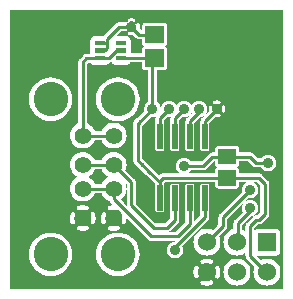
<source format=gbr>
G04 start of page 3 for group 1 idx 1 *
G04 Title: (unknown), solder *
G04 Creator: pcb 20091103 *
G04 CreationDate: Mon 14 Mar 2011 03:34:43 AM GMT UTC *
G04 For: gjhurlbu *
G04 Format: Gerber/RS-274X *
G04 PCB-Dimensions: 600000 500000 *
G04 PCB-Coordinate-Origin: lower left *
%MOIN*%
%FSLAX25Y25*%
%LNBACK*%
%ADD11C,0.0100*%
%ADD12C,0.0560*%
%ADD13C,0.1150*%
%ADD14C,0.0200*%
%ADD15C,0.0600*%
%ADD16C,0.0360*%
%ADD17R,0.0200X0.0200*%
%ADD18C,0.0910*%
%ADD19C,0.0380*%
%ADD20R,0.0512X0.0512*%
%ADD21R,0.0590X0.0590*%
%ADD22R,0.0150X0.0150*%
G54D14*G36*
X55822Y403755D02*X55960Y403558D01*
X56490Y403028D01*
X57104Y402598D01*
X57588Y402372D01*
X57104Y402146D01*
X56490Y401716D01*
X55960Y401186D01*
X55822Y400989D01*
Y403755D01*
G37*
G36*
X104000Y398547D02*X104099Y398501D01*
X104267Y398456D01*
X104441Y398441D01*
X110345D01*
X110519Y398456D01*
X110687Y398501D01*
X110845Y398575D01*
X110988Y398675D01*
X111111Y398798D01*
X111211Y398941D01*
X111285Y399099D01*
X111330Y399267D01*
X111345Y399441D01*
Y400500D01*
X113761D01*
X113600Y400425D01*
X113200Y400145D01*
X112855Y399800D01*
X112575Y399400D01*
X112369Y398958D01*
X112243Y398486D01*
X112200Y398000D01*
X112243Y397514D01*
X112274Y397396D01*
X104939Y390061D01*
X104940Y390060D01*
X104903Y390016D01*
X104851Y389964D01*
X104809Y389904D01*
X104772Y389860D01*
X104743Y389810D01*
X104701Y389750D01*
X104671Y389686D01*
X104641Y389634D01*
X104622Y389581D01*
X104590Y389513D01*
X104570Y389437D01*
X104552Y389388D01*
X104542Y389333D01*
X104523Y389260D01*
X104516Y389185D01*
X104507Y389131D01*
Y389079D01*
X104500Y389000D01*
Y386622D01*
X104000Y386122D01*
Y398547D01*
G37*
G36*
X106231Y384111D02*X107060Y384940D01*
X107061Y384939D01*
X107108Y384995D01*
X107149Y385036D01*
X107182Y385083D01*
X107229Y385139D01*
X107266Y385203D01*
X107299Y385250D01*
X107325Y385305D01*
X107360Y385366D01*
X107383Y385429D01*
X107410Y385487D01*
X107427Y385551D01*
X107449Y385612D01*
X107461Y385681D01*
X107477Y385740D01*
X107482Y385796D01*
X107495Y385869D01*
Y385943D01*
X107500Y386000D01*
Y388380D01*
X112703Y393583D01*
X112575Y393400D01*
X112369Y392958D01*
X112243Y392486D01*
X112200Y392000D01*
X112243Y391514D01*
X112369Y391042D01*
X112544Y390666D01*
X109939Y388061D01*
X109940Y388060D01*
X109903Y388016D01*
X109851Y387964D01*
X109809Y387904D01*
X109772Y387860D01*
X109743Y387811D01*
X109701Y387750D01*
X109671Y387685D01*
X109641Y387634D01*
X109621Y387578D01*
X109590Y387513D01*
X109570Y387439D01*
X109552Y387388D01*
X109543Y387334D01*
X109523Y387260D01*
X109516Y387184D01*
X109507Y387131D01*
Y387081D01*
X109500Y387000D01*
Y384936D01*
X109090Y384826D01*
X108379Y384494D01*
X107736Y384044D01*
X107182Y383490D01*
X106732Y382847D01*
X106400Y382136D01*
X106231Y381505D01*
Y384111D01*
G37*
G36*
Y458000D02*X126000D01*
Y365000D01*
X106231D01*
Y369689D01*
X106400Y369058D01*
X106732Y368347D01*
X107182Y367704D01*
X107736Y367150D01*
X108379Y366700D01*
X109090Y366368D01*
X109848Y366165D01*
X110629Y366097D01*
X111410Y366165D01*
X112168Y366368D01*
X112879Y366700D01*
X113522Y367150D01*
X114076Y367704D01*
X114526Y368347D01*
X114858Y369058D01*
X115061Y369816D01*
X115129Y370597D01*
X115061Y371378D01*
X114858Y372136D01*
X114526Y372847D01*
X114076Y373490D01*
X113522Y374044D01*
X112879Y374494D01*
X112168Y374826D01*
X111410Y375029D01*
X110629Y375097D01*
X109848Y375029D01*
X109090Y374826D01*
X108379Y374494D01*
X107736Y374044D01*
X107182Y373490D01*
X106732Y372847D01*
X106400Y372136D01*
X106231Y371505D01*
Y379689D01*
X106400Y379058D01*
X106732Y378347D01*
X107182Y377704D01*
X107736Y377150D01*
X108379Y376700D01*
X109090Y376368D01*
X109848Y376165D01*
X110629Y376097D01*
X111410Y376165D01*
X112168Y376368D01*
X112879Y376700D01*
X113500Y377135D01*
Y376000D01*
X113506Y375932D01*
Y375870D01*
X113517Y375807D01*
X113523Y375740D01*
X113540Y375676D01*
X113551Y375613D01*
X113572Y375555D01*
X113590Y375487D01*
X113619Y375425D01*
X113640Y375367D01*
X113673Y375310D01*
X113701Y375250D01*
X113738Y375197D01*
X113771Y375140D01*
X113814Y375089D01*
X113851Y375036D01*
X113897Y374990D01*
X113939Y374940D01*
X116509Y372370D01*
X116400Y372136D01*
X116197Y371378D01*
X116129Y370597D01*
X116197Y369816D01*
X116400Y369058D01*
X116732Y368347D01*
X117182Y367704D01*
X117736Y367150D01*
X118379Y366700D01*
X119090Y366368D01*
X119848Y366165D01*
X120629Y366097D01*
X121410Y366165D01*
X122168Y366368D01*
X122879Y366700D01*
X123522Y367150D01*
X124076Y367704D01*
X124526Y368347D01*
X124858Y369058D01*
X125061Y369816D01*
X125129Y370597D01*
X125061Y371378D01*
X124858Y372136D01*
X124526Y372847D01*
X124076Y373490D01*
X123522Y374044D01*
X122879Y374494D01*
X122168Y374826D01*
X121410Y375029D01*
X120629Y375097D01*
X119848Y375029D01*
X119090Y374826D01*
X118548Y374573D01*
X116692Y376429D01*
X116879Y376298D01*
X117116Y376187D01*
X117369Y376120D01*
X117629Y376097D01*
X123629D01*
X123889Y376120D01*
X124142Y376187D01*
X124379Y376298D01*
X124593Y376448D01*
X124778Y376633D01*
X124928Y376847D01*
X125039Y377084D01*
X125106Y377337D01*
X125129Y377597D01*
Y383597D01*
X125106Y383857D01*
X125039Y384110D01*
X124928Y384347D01*
X124778Y384561D01*
X124593Y384746D01*
X124379Y384896D01*
X124142Y385007D01*
X123889Y385074D01*
X123629Y385097D01*
X117629D01*
X117369Y385074D01*
X117116Y385007D01*
X116879Y384896D01*
X116665Y384746D01*
X116500Y384581D01*
Y385380D01*
X117620Y386500D01*
X118000D01*
X118080Y386507D01*
X118131D01*
X118184Y386516D01*
X118260Y386523D01*
X118330Y386542D01*
X118388Y386552D01*
X118439Y386570D01*
X118513Y386590D01*
X118579Y386621D01*
X118634Y386641D01*
X118684Y386670D01*
X118750Y386701D01*
X118811Y386743D01*
X118860Y386772D01*
X118904Y386809D01*
X118964Y386851D01*
X119016Y386903D01*
X119060Y386940D01*
X121060Y388940D01*
X121061Y388939D01*
X121108Y388995D01*
X121149Y389036D01*
X121182Y389083D01*
X121229Y389139D01*
X121266Y389203D01*
X121299Y389250D01*
X121325Y389305D01*
X121360Y389366D01*
X121382Y389428D01*
X121410Y389487D01*
X121427Y389551D01*
X121449Y389612D01*
X121461Y389681D01*
X121477Y389740D01*
X121482Y389796D01*
X121495Y389869D01*
Y389943D01*
X121500Y390000D01*
Y400000D01*
X121494Y400068D01*
Y400131D01*
X121483Y400193D01*
X121477Y400260D01*
X121459Y400329D01*
X121448Y400389D01*
X121429Y400441D01*
X121410Y400513D01*
X121378Y400580D01*
X121359Y400634D01*
X121329Y400686D01*
X121299Y400750D01*
X121259Y400806D01*
X121228Y400861D01*
X121187Y400910D01*
X121149Y400964D01*
X121102Y401011D01*
X121060Y401061D01*
X119061Y403060D01*
X119011Y403102D01*
X118964Y403149D01*
X118910Y403187D01*
X118861Y403228D01*
X118806Y403259D01*
X118750Y403299D01*
X118686Y403329D01*
X118634Y403359D01*
X118580Y403378D01*
X118513Y403410D01*
X118441Y403429D01*
X118389Y403448D01*
X118329Y403459D01*
X118260Y403477D01*
X118193Y403483D01*
X118131Y403494D01*
X118068D01*
X118000Y403500D01*
X111345D01*
Y404559D01*
X111330Y404733D01*
X111285Y404901D01*
X111211Y405059D01*
X111111Y405202D01*
X110988Y405325D01*
X110845Y405425D01*
X110687Y405499D01*
X110523Y405543D01*
X110687Y405587D01*
X110845Y405661D01*
X110988Y405761D01*
X111111Y405884D01*
X111211Y406027D01*
X111285Y406185D01*
X111330Y406353D01*
X111342Y406489D01*
X111345Y406527D01*
Y407500D01*
X114379D01*
X115940Y405939D01*
X115990Y405897D01*
X116036Y405851D01*
X116089Y405814D01*
X116140Y405771D01*
X116197Y405738D01*
X116250Y405701D01*
X116310Y405673D01*
X116367Y405640D01*
X116425Y405619D01*
X116487Y405590D01*
X116555Y405572D01*
X116613Y405551D01*
X116676Y405540D01*
X116740Y405523D01*
X116807Y405517D01*
X116870Y405506D01*
X116932D01*
X117000Y405500D01*
X118645D01*
X118855Y405200D01*
X119200Y404855D01*
X119600Y404575D01*
X120042Y404369D01*
X120514Y404243D01*
X121000Y404200D01*
X121486Y404243D01*
X121958Y404369D01*
X122400Y404575D01*
X122800Y404855D01*
X123145Y405200D01*
X123425Y405600D01*
X123631Y406042D01*
X123757Y406514D01*
X123800Y407000D01*
X123757Y407486D01*
X123631Y407958D01*
X123425Y408400D01*
X123145Y408800D01*
X122800Y409145D01*
X122400Y409425D01*
X121958Y409631D01*
X121486Y409757D01*
X121000Y409800D01*
X120514Y409757D01*
X120042Y409631D01*
X119600Y409425D01*
X119200Y409145D01*
X118855Y408800D01*
X118645Y408500D01*
X117621D01*
X116061Y410060D01*
X116011Y410102D01*
X115964Y410149D01*
X115910Y410187D01*
X115861Y410228D01*
X115806Y410260D01*
X115750Y410299D01*
X115688Y410328D01*
X115634Y410359D01*
X115580Y410378D01*
X115513Y410410D01*
X115441Y410429D01*
X115389Y410448D01*
X115329Y410459D01*
X115260Y410477D01*
X115193Y410483D01*
X115131Y410494D01*
X115068D01*
X115000Y410500D01*
X111345D01*
Y411645D01*
X111330Y411819D01*
X111285Y411987D01*
X111211Y412145D01*
X111111Y412288D01*
X110988Y412411D01*
X110845Y412511D01*
X110687Y412585D01*
X110519Y412630D01*
X110345Y412645D01*
X106231D01*
Y423720D01*
X106248Y423721D01*
X106332Y423744D01*
X106411Y423781D01*
X106483Y423831D01*
X106544Y423893D01*
X106594Y423964D01*
X106631Y424043D01*
X106704Y424276D01*
X106757Y424514D01*
X106789Y424756D01*
X106800Y425000D01*
X106789Y425245D01*
X106757Y425487D01*
X106704Y425725D01*
X106631Y425958D01*
X106594Y426037D01*
X106544Y426108D01*
X106483Y426170D01*
X106411Y426220D01*
X106332Y426257D01*
X106248Y426280D01*
X106231Y426281D01*
Y458000D01*
G37*
G36*
Y365000D02*X104000D01*
Y368453D01*
X104079Y368443D01*
X104210Y368450D01*
X104337Y368479D01*
X104458Y368530D01*
X104567Y368602D01*
X104663Y368691D01*
X104742Y368795D01*
X104801Y368912D01*
X104943Y369319D01*
X105046Y369739D01*
X105108Y370166D01*
X105129Y370597D01*
X105108Y371029D01*
X105046Y371456D01*
X104943Y371876D01*
X104801Y372283D01*
X104800D01*
X104741Y372399D01*
X104662Y372504D01*
X104566Y372593D01*
X104457Y372664D01*
X104336Y372715D01*
X104209Y372744D01*
X104079Y372751D01*
X104000Y372741D01*
Y377628D01*
X104076Y377704D01*
X104526Y378347D01*
X104858Y379058D01*
X105061Y379816D01*
X105129Y380597D01*
X105061Y381378D01*
X104858Y382136D01*
X104666Y382546D01*
X106231Y384111D01*
Y381505D01*
X106197Y381378D01*
X106129Y380597D01*
X106197Y379816D01*
X106231Y379689D01*
Y371505D01*
X106197Y371378D01*
X106129Y370597D01*
X106197Y369816D01*
X106231Y369689D01*
Y365000D01*
G37*
G36*
X104000Y458000D02*X106231D01*
Y426281D01*
X106161Y426287D01*
X106074Y426280D01*
X105990Y426257D01*
X105911Y426220D01*
X105840Y426170D01*
X105778Y426109D01*
X105728Y426037D01*
X105691Y425958D01*
X105668Y425874D01*
X105661Y425787D01*
X105668Y425700D01*
X105691Y425616D01*
X105738Y425466D01*
X105772Y425313D01*
X105793Y425157D01*
X105800Y425000D01*
X105793Y424844D01*
X105772Y424688D01*
X105738Y424535D01*
X105691Y424385D01*
X105668Y424301D01*
X105661Y424214D01*
X105668Y424127D01*
X105691Y424043D01*
X105728Y423964D01*
X105778Y423892D01*
X105840Y423831D01*
X105911Y423781D01*
X105990Y423744D01*
X106074Y423721D01*
X106161Y423714D01*
X106231Y423720D01*
Y412645D01*
X104441D01*
X104267Y412630D01*
X104099Y412585D01*
X104000Y412539D01*
Y422200D01*
X104244Y422211D01*
X104486Y422243D01*
X104724Y422296D01*
X104957Y422369D01*
X105036Y422406D01*
X105107Y422456D01*
X105169Y422517D01*
X105219Y422589D01*
X105256Y422668D01*
X105279Y422752D01*
X105286Y422839D01*
X105279Y422926D01*
X105256Y423010D01*
X105219Y423089D01*
X105169Y423160D01*
X105108Y423222D01*
X105036Y423272D01*
X104957Y423309D01*
X104873Y423332D01*
X104786Y423339D01*
X104699Y423332D01*
X104615Y423309D01*
X104465Y423262D01*
X104358Y423238D01*
X105060Y423940D01*
X105061Y423939D01*
X105229Y424139D01*
X105360Y424366D01*
X105449Y424612D01*
X105495Y424869D01*
Y425131D01*
X105449Y425388D01*
X105360Y425634D01*
X105229Y425861D01*
X105061Y426061D01*
X104861Y426229D01*
X104634Y426360D01*
X104388Y426449D01*
X104131Y426495D01*
X104000D01*
Y426800D01*
X104156Y426794D01*
X104312Y426773D01*
X104465Y426739D01*
X104615Y426692D01*
X104699Y426669D01*
X104786Y426662D01*
X104873Y426669D01*
X104957Y426692D01*
X105036Y426729D01*
X105108Y426779D01*
X105169Y426841D01*
X105219Y426912D01*
X105256Y426991D01*
X105279Y427075D01*
X105286Y427162D01*
X105279Y427249D01*
X105256Y427333D01*
X105219Y427412D01*
X105169Y427484D01*
X105107Y427545D01*
X105036Y427595D01*
X104957Y427632D01*
X104724Y427705D01*
X104486Y427758D01*
X104244Y427790D01*
X104000Y427800D01*
Y458000D01*
G37*
G36*
Y412539D02*X103941Y412511D01*
X103798Y412411D01*
X103675Y412288D01*
X103575Y412145D01*
X103501Y411987D01*
X103456Y411819D01*
X103441Y411645D01*
Y410500D01*
X102500D01*
X102443Y410495D01*
X102369D01*
X102296Y410482D01*
X102240Y410477D01*
X102177Y410460D01*
X102112Y410449D01*
X102051Y410427D01*
X101987Y410410D01*
X101925Y410381D01*
X101866Y410360D01*
X101805Y410325D01*
X101750Y410299D01*
X101703Y410266D01*
X101639Y410229D01*
X101583Y410182D01*
X101536Y410149D01*
X101495Y410108D01*
X101439Y410061D01*
X98878Y407500D01*
X95355D01*
X95145Y407800D01*
X94800Y408145D01*
X94400Y408425D01*
X93958Y408631D01*
X93486Y408757D01*
X93000Y408800D01*
X92514Y408757D01*
X92042Y408631D01*
X91600Y408425D01*
X91200Y408145D01*
X90855Y407800D01*
X90575Y407400D01*
X90369Y406958D01*
X90243Y406486D01*
X90200Y406000D01*
X90243Y405514D01*
X90369Y405042D01*
X90575Y404600D01*
X90855Y404200D01*
X91200Y403855D01*
X91600Y403575D01*
X91761Y403500D01*
X86000D01*
X85943Y403495D01*
X85869D01*
X85801Y403482D01*
X85798D01*
X85740Y403477D01*
X85677Y403460D01*
X85674Y403459D01*
X85612Y403449D01*
X85552Y403427D01*
X85487Y403410D01*
X85429Y403383D01*
X85366Y403360D01*
X85309Y403327D01*
X85250Y403299D01*
X85197Y403262D01*
X85139Y403229D01*
X85083Y403182D01*
X85036Y403149D01*
X84995Y403108D01*
X84939Y403061D01*
X84750Y402872D01*
X84490Y403131D01*
Y403132D01*
X82561Y405060D01*
X82430Y405170D01*
X79964Y407636D01*
X79764Y407804D01*
X79688Y407848D01*
X79058Y408478D01*
Y419385D01*
X81910Y422271D01*
X82014Y422243D01*
X82500Y422200D01*
X82986Y422243D01*
X83458Y422369D01*
X83563Y422418D01*
X83552Y422388D01*
X83543Y422334D01*
X83523Y422260D01*
X83516Y422183D01*
X83507Y422131D01*
Y422079D01*
X83500Y422000D01*
Y411500D01*
X83508Y411413D01*
X83530Y411329D01*
X83567Y411250D01*
X83617Y411179D01*
X83679Y411117D01*
X83750Y411067D01*
X83829Y411030D01*
X83913Y411008D01*
X84000Y411000D01*
X86000D01*
X86087Y411008D01*
X86171Y411030D01*
X86250Y411067D01*
X86321Y411117D01*
X86383Y411179D01*
X86433Y411250D01*
X86470Y411329D01*
X86492Y411413D01*
X86500Y411500D01*
Y421380D01*
X87395Y422275D01*
X87514Y422243D01*
X88000Y422200D01*
X88486Y422243D01*
X88522Y422253D01*
X88516Y422181D01*
X88507Y422131D01*
Y422081D01*
X88500Y422000D01*
Y411500D01*
X88508Y411413D01*
X88530Y411329D01*
X88567Y411250D01*
X88617Y411179D01*
X88679Y411117D01*
X88750Y411067D01*
X88829Y411030D01*
X88913Y411008D01*
X89000Y411000D01*
X91000D01*
X91087Y411008D01*
X91171Y411030D01*
X91250Y411067D01*
X91321Y411117D01*
X91383Y411179D01*
X91433Y411250D01*
X91470Y411329D01*
X91492Y411413D01*
X91500Y411500D01*
Y421380D01*
X92395Y422275D01*
X92514Y422243D01*
X93000Y422200D01*
X93486Y422243D01*
X93958Y422369D01*
X94400Y422575D01*
X94577Y422699D01*
X93939Y422061D01*
X93940Y422060D01*
X93903Y422016D01*
X93851Y421964D01*
X93809Y421904D01*
X93772Y421860D01*
X93743Y421811D01*
X93701Y421750D01*
X93671Y421685D01*
X93641Y421634D01*
X93621Y421578D01*
X93590Y421513D01*
X93570Y421439D01*
X93552Y421388D01*
X93543Y421334D01*
X93523Y421260D01*
X93516Y421184D01*
X93507Y421131D01*
Y421081D01*
X93500Y421000D01*
Y411500D01*
X93508Y411413D01*
X93530Y411329D01*
X93567Y411250D01*
X93617Y411179D01*
X93679Y411117D01*
X93750Y411067D01*
X93829Y411030D01*
X93913Y411008D01*
X94000Y411000D01*
X96000D01*
X96087Y411008D01*
X96171Y411030D01*
X96250Y411067D01*
X96321Y411117D01*
X96383Y411179D01*
X96433Y411250D01*
X96470Y411329D01*
X96492Y411413D01*
X96500Y411500D01*
Y420380D01*
X98351Y422231D01*
X98486Y422243D01*
X98958Y422369D01*
X99400Y422575D01*
X99577Y422699D01*
X98939Y422061D01*
X98940Y422060D01*
X98903Y422016D01*
X98851Y421964D01*
X98809Y421904D01*
X98772Y421860D01*
X98743Y421811D01*
X98701Y421750D01*
X98671Y421685D01*
X98641Y421634D01*
X98621Y421580D01*
X98590Y421513D01*
X98570Y421437D01*
X98552Y421388D01*
X98542Y421333D01*
X98523Y421260D01*
X98516Y421184D01*
X98507Y421131D01*
Y421079D01*
X98500Y421000D01*
Y411500D01*
X98508Y411413D01*
X98530Y411329D01*
X98567Y411250D01*
X98617Y411179D01*
X98679Y411117D01*
X98750Y411067D01*
X98829Y411030D01*
X98913Y411008D01*
X99000Y411000D01*
X101000D01*
X101087Y411008D01*
X101171Y411030D01*
X101250Y411067D01*
X101321Y411117D01*
X101383Y411179D01*
X101433Y411250D01*
X101470Y411329D01*
X101492Y411413D01*
X101500Y411500D01*
Y420380D01*
X103390Y422270D01*
X103513Y422243D01*
X103755Y422211D01*
X103999Y422200D01*
X104000D01*
Y412539D01*
G37*
G36*
X100628Y387508D02*X101060Y387940D01*
X101061Y387939D01*
X101108Y387995D01*
X101149Y388036D01*
X101182Y388083D01*
X101229Y388139D01*
X101266Y388203D01*
X101299Y388250D01*
X101325Y388305D01*
X101360Y388366D01*
X101382Y388428D01*
X101410Y388487D01*
X101427Y388551D01*
X101449Y388612D01*
X101461Y388681D01*
X101477Y388740D01*
X101482Y388796D01*
X101495Y388869D01*
Y388943D01*
X101500Y389000D01*
Y399500D01*
X101492Y399587D01*
X101470Y399671D01*
X101433Y399750D01*
X101383Y399821D01*
X101321Y399883D01*
X101250Y399933D01*
X101171Y399970D01*
X101087Y399992D01*
X101000Y400000D01*
X100628D01*
Y400500D01*
X103441D01*
Y399441D01*
X103456Y399267D01*
X103501Y399099D01*
X103575Y398941D01*
X103675Y398798D01*
X103798Y398675D01*
X103941Y398575D01*
X104000Y398547D01*
Y386122D01*
X102533Y384655D01*
X102168Y384826D01*
X101410Y385029D01*
X100629Y385097D01*
X100628D01*
Y387508D01*
G37*
G36*
X104000Y365000D02*X100628D01*
Y366097D01*
X101060Y366118D01*
X101487Y366180D01*
X101907Y366283D01*
X102314Y366425D01*
Y366426D01*
X102430Y366485D01*
X102535Y366564D01*
X102624Y366660D01*
X102695Y366769D01*
X102746Y366890D01*
X102775Y367017D01*
X102782Y367147D01*
X102766Y367277D01*
X102728Y367402D01*
X102669Y367518D01*
X102590Y367623D01*
X102494Y367712D01*
X102385Y367783D01*
X102264Y367834D01*
X102137Y367863D01*
X102007Y367870D01*
X101877Y367854D01*
X101752Y367816D01*
X101481Y367721D01*
X101201Y367653D01*
X100916Y367611D01*
X100628Y367597D01*
Y373597D01*
X100629D01*
X100916Y373584D01*
X101201Y373542D01*
X101481Y373474D01*
X101752Y373379D01*
Y373378D01*
X101877Y373340D01*
X102007Y373324D01*
X102138Y373331D01*
X102265Y373360D01*
X102386Y373411D01*
X102495Y373483D01*
X102591Y373572D01*
X102670Y373676D01*
X102729Y373793D01*
X102767Y373918D01*
X102783Y374048D01*
X102776Y374179D01*
X102747Y374306D01*
X102696Y374427D01*
X102624Y374536D01*
X102535Y374632D01*
X102431Y374711D01*
X102314Y374770D01*
X101907Y374912D01*
X101487Y375015D01*
X101060Y375077D01*
X100629Y375097D01*
X100628D01*
Y376097D01*
X100629D01*
X101410Y376165D01*
X102168Y376368D01*
X102879Y376700D01*
X103522Y377150D01*
X104000Y377628D01*
Y372741D01*
X103949Y372735D01*
X103824Y372697D01*
X103708Y372638D01*
X103603Y372559D01*
X103514Y372463D01*
X103443Y372354D01*
X103392Y372233D01*
X103363Y372106D01*
X103356Y371976D01*
X103372Y371846D01*
X103410Y371721D01*
X103505Y371450D01*
X103573Y371170D01*
X103615Y370885D01*
X103629Y370597D01*
X103615Y370310D01*
X103573Y370025D01*
X103505Y369745D01*
X103410Y369474D01*
X103409D01*
X103371Y369349D01*
X103355Y369219D01*
X103362Y369088D01*
X103391Y368961D01*
X103442Y368840D01*
X103514Y368731D01*
X103603Y368635D01*
X103707Y368556D01*
X103824Y368497D01*
X103949Y368459D01*
X104000Y368453D01*
Y365000D01*
G37*
G36*
X100628Y400000D02*X99000D01*
X98913Y399992D01*
X98829Y399970D01*
X98750Y399933D01*
X98679Y399883D01*
X98617Y399821D01*
X98567Y399750D01*
X98530Y399671D01*
X98508Y399587D01*
X98500Y399500D01*
Y389622D01*
X96416Y387538D01*
Y390726D01*
X96433Y390750D01*
X96470Y390829D01*
X96492Y390913D01*
X96500Y391000D01*
Y399500D01*
X96492Y399587D01*
X96470Y399671D01*
X96433Y399750D01*
X96383Y399821D01*
X96321Y399883D01*
X96250Y399933D01*
X96171Y399970D01*
X96087Y399992D01*
X96000Y400000D01*
X94000D01*
X93913Y399992D01*
X93829Y399970D01*
X93750Y399933D01*
X93679Y399883D01*
X93617Y399821D01*
X93567Y399750D01*
X93530Y399671D01*
X93508Y399587D01*
X93500Y399500D01*
Y392407D01*
X93486Y392355D01*
X93468Y392304D01*
X93459Y392250D01*
X93439Y392176D01*
X93432Y392100D01*
X93423Y392047D01*
Y391995D01*
X93416Y391916D01*
Y387158D01*
X90259Y384001D01*
X87931D01*
X87940Y384005D01*
X87992Y384024D01*
X88043Y384053D01*
X88108Y384084D01*
X88166Y384125D01*
X88218Y384155D01*
X88262Y384192D01*
X88322Y384234D01*
X88374Y384286D01*
X88418Y384323D01*
X90980Y386885D01*
X90981Y386884D01*
X91028Y386940D01*
X91069Y386981D01*
X91101Y387027D01*
X91149Y387084D01*
X91185Y387147D01*
X91219Y387195D01*
X91245Y387251D01*
X91280Y387311D01*
X91303Y387374D01*
X91330Y387432D01*
X91346Y387494D01*
X91369Y387557D01*
X91381Y387626D01*
X91397Y387685D01*
X91402Y387743D01*
X91415Y387814D01*
Y387888D01*
X91420Y387945D01*
Y390732D01*
X91433Y390750D01*
X91470Y390829D01*
X91492Y390913D01*
X91500Y391000D01*
Y399500D01*
X91492Y399587D01*
X91470Y399671D01*
X91433Y399750D01*
X91383Y399821D01*
X91321Y399883D01*
X91250Y399933D01*
X91171Y399970D01*
X91087Y399992D01*
X91000Y400000D01*
X89000D01*
X88913Y399992D01*
X88829Y399970D01*
X88750Y399933D01*
X88679Y399883D01*
X88617Y399821D01*
X88567Y399750D01*
X88530Y399671D01*
X88508Y399587D01*
X88500Y399500D01*
Y392395D01*
X88490Y392357D01*
X88472Y392308D01*
X88462Y392253D01*
X88443Y392180D01*
X88436Y392105D01*
X88427Y392051D01*
Y391999D01*
X88420Y391920D01*
Y388567D01*
X86736Y386883D01*
X83495D01*
X76945Y393433D01*
Y400499D01*
X76939Y400567D01*
Y400630D01*
X76928Y400692D01*
X76922Y400759D01*
X76904Y400828D01*
X76893Y400888D01*
X76874Y400940D01*
X76855Y401012D01*
X76823Y401079D01*
X76804Y401133D01*
X76774Y401185D01*
X76744Y401249D01*
X76704Y401305D01*
X76673Y401360D01*
X76632Y401409D01*
X76594Y401463D01*
X76547Y401510D01*
X76505Y401560D01*
X73474Y404591D01*
X73595Y404851D01*
X73789Y405575D01*
X73854Y406322D01*
X73789Y407069D01*
X73595Y407793D01*
X73278Y408472D01*
X72848Y409086D01*
X72318Y409616D01*
X71704Y410046D01*
X71025Y410363D01*
X70301Y410557D01*
X69583Y410619D01*
Y411825D01*
X70301Y411887D01*
X71025Y412081D01*
X71704Y412398D01*
X72318Y412828D01*
X72848Y413358D01*
X73278Y413972D01*
X73595Y414651D01*
X73789Y415375D01*
X73854Y416122D01*
X73789Y416869D01*
X73595Y417593D01*
X73278Y418272D01*
X72848Y418886D01*
X72318Y419416D01*
X71704Y419846D01*
X71025Y420163D01*
X70301Y420357D01*
X69583Y420419D01*
Y421112D01*
X69695Y421082D01*
X70954Y420972D01*
X72213Y421082D01*
X73434Y421409D01*
X74579Y421943D01*
X75614Y422668D01*
X76508Y423562D01*
X77233Y424597D01*
X77767Y425742D01*
X78094Y426963D01*
X78204Y428222D01*
X78094Y429481D01*
X77767Y430702D01*
X77233Y431847D01*
X76508Y432882D01*
X75614Y433776D01*
X74579Y434501D01*
X73434Y435035D01*
X72213Y435362D01*
X70954Y435472D01*
X69695Y435362D01*
X69583Y435332D01*
Y439812D01*
X69737Y439740D01*
X69990Y439673D01*
X70250Y439650D01*
X73750D01*
X74010Y439673D01*
X74263Y439740D01*
X74500Y439851D01*
X74714Y440001D01*
X74899Y440186D01*
X75049Y440400D01*
X75096Y440500D01*
X79047D01*
Y438947D01*
X79062Y438773D01*
X79107Y438605D01*
X79181Y438447D01*
X79281Y438304D01*
X79404Y438181D01*
X79547Y438081D01*
X79705Y438007D01*
X79873Y437962D01*
X80047Y437947D01*
X81000D01*
Y427355D01*
X80700Y427145D01*
X80355Y426800D01*
X80075Y426400D01*
X79869Y425958D01*
X79743Y425486D01*
X79700Y425000D01*
X79743Y424514D01*
X79778Y424381D01*
X77700Y422278D01*
X77594Y422217D01*
X77394Y422049D01*
X76497Y421152D01*
X76498Y421151D01*
X76461Y421107D01*
X76409Y421055D01*
X76367Y420995D01*
X76330Y420951D01*
X76301Y420902D01*
X76259Y420841D01*
X76229Y420776D01*
X76199Y420725D01*
X76179Y420669D01*
X76148Y420604D01*
X76128Y420530D01*
X76110Y420479D01*
X76101Y420425D01*
X76081Y420351D01*
X76074Y420275D01*
X76065Y420222D01*
Y420172D01*
X76058Y420091D01*
Y407857D01*
X76064Y407789D01*
Y407727D01*
X76075Y407664D01*
X76081Y407597D01*
X76098Y407533D01*
X76109Y407470D01*
X76130Y407412D01*
X76148Y407344D01*
X76177Y407282D01*
X76198Y407224D01*
X76231Y407167D01*
X76259Y407107D01*
X76296Y407054D01*
X76329Y406997D01*
X76372Y406946D01*
X76409Y406893D01*
X76455Y406847D01*
X76497Y406797D01*
X77754Y405540D01*
X77883Y405356D01*
X78068Y405171D01*
X78282Y405021D01*
X78385Y404973D01*
X80419Y402939D01*
X80550Y402829D01*
X83500Y399879D01*
Y391000D01*
X83508Y390913D01*
X83530Y390829D01*
X83567Y390750D01*
X83617Y390679D01*
X83679Y390617D01*
X83750Y390567D01*
X83829Y390530D01*
X83913Y390508D01*
X84000Y390500D01*
X86000D01*
X86087Y390508D01*
X86171Y390530D01*
X86250Y390567D01*
X86321Y390617D01*
X86383Y390679D01*
X86433Y390750D01*
X86470Y390829D01*
X86492Y390913D01*
X86500Y391000D01*
Y400380D01*
X86620Y400500D01*
X100628D01*
Y400000D01*
G37*
G36*
X97016Y383896D02*X100628Y387508D01*
Y385097D01*
X99848Y385029D01*
X99090Y384826D01*
X98379Y384494D01*
X97736Y384044D01*
X97182Y383490D01*
X97016Y383253D01*
Y383896D01*
G37*
G36*
X100628Y365000D02*X97016D01*
Y368458D01*
X97048Y368451D01*
X97178Y368444D01*
X97308Y368460D01*
X97433Y368498D01*
X97549Y368557D01*
X97654Y368636D01*
X97743Y368732D01*
X97814Y368841D01*
X97865Y368962D01*
X97894Y369089D01*
X97901Y369219D01*
X97885Y369349D01*
X97847Y369474D01*
X97752Y369745D01*
X97684Y370025D01*
X97642Y370310D01*
X97629Y370598D01*
X97642Y370885D01*
X97684Y371170D01*
X97752Y371450D01*
X97847Y371721D01*
X97848D01*
X97886Y371846D01*
X97902Y371976D01*
X97895Y372107D01*
X97866Y372234D01*
X97815Y372355D01*
X97743Y372464D01*
X97654Y372560D01*
X97550Y372639D01*
X97433Y372698D01*
X97308Y372736D01*
X97178Y372752D01*
X97047Y372745D01*
X97016Y372738D01*
Y377941D01*
X97182Y377704D01*
X97736Y377150D01*
X98379Y376700D01*
X99090Y376368D01*
X99848Y376165D01*
X100628Y376097D01*
Y375097D01*
X100197Y375077D01*
X99770Y375015D01*
X99350Y374912D01*
X98943Y374770D01*
Y374769D01*
X98827Y374710D01*
X98722Y374631D01*
X98633Y374535D01*
X98562Y374426D01*
X98511Y374305D01*
X98482Y374178D01*
X98475Y374048D01*
X98491Y373918D01*
X98529Y373793D01*
X98588Y373677D01*
X98667Y373572D01*
X98763Y373483D01*
X98872Y373412D01*
X98993Y373361D01*
X99120Y373332D01*
X99250Y373325D01*
X99380Y373341D01*
X99505Y373379D01*
X99776Y373474D01*
X100056Y373542D01*
X100341Y373584D01*
X100628Y373597D01*
Y367597D01*
X100341Y367611D01*
X100056Y367653D01*
X99776Y367721D01*
X99505Y367816D01*
Y367817D01*
X99380Y367855D01*
X99250Y367871D01*
X99119Y367864D01*
X98992Y367835D01*
X98871Y367784D01*
X98762Y367712D01*
X98666Y367623D01*
X98587Y367519D01*
X98528Y367402D01*
X98490Y367277D01*
X98474Y367147D01*
X98481Y367016D01*
X98510Y366889D01*
X98561Y366768D01*
X98633Y366659D01*
X98722Y366563D01*
X98826Y366484D01*
X98943Y366425D01*
X99350Y366283D01*
X99770Y366180D01*
X100197Y366118D01*
X100628Y366097D01*
Y365000D01*
G37*
G36*
X97016D02*X69583D01*
Y369412D01*
X69695Y369382D01*
X70954Y369272D01*
X72213Y369382D01*
X73434Y369709D01*
X74579Y370243D01*
X75614Y370968D01*
X76508Y371862D01*
X77233Y372897D01*
X77767Y374042D01*
X78094Y375263D01*
X78204Y376522D01*
X78094Y377781D01*
X77767Y379002D01*
X77233Y380147D01*
X76508Y381182D01*
X75614Y382076D01*
X74579Y382801D01*
X73434Y383335D01*
X72213Y383662D01*
X70954Y383772D01*
X69695Y383662D01*
X69583Y383632D01*
Y384323D01*
X69591D01*
X69975Y384343D01*
X70356Y384398D01*
X70730Y384486D01*
X71094Y384608D01*
X71095D01*
X71212Y384665D01*
X71318Y384742D01*
X71409Y384836D01*
X71482Y384945D01*
X71535Y385064D01*
X71567Y385191D01*
X71576Y385321D01*
X71562Y385451D01*
X71526Y385577D01*
X71469Y385694D01*
X71392Y385800D01*
X71298Y385891D01*
X71189Y385964D01*
X71070Y386017D01*
X70943Y386049D01*
X70813Y386058D01*
X70683Y386044D01*
X70557Y386008D01*
X70319Y385929D01*
X70076Y385872D01*
X69828Y385836D01*
X69583Y385823D01*
Y391420D01*
X69779Y391413D01*
X70028Y391382D01*
X70272Y391329D01*
X70511Y391254D01*
X70512Y391253D01*
X70638Y391219D01*
X70769Y391208D01*
X70899Y391219D01*
X71025Y391253D01*
X71144Y391309D01*
X71151Y391314D01*
X71181Y391296D01*
X71207Y391278D01*
X72218Y390267D01*
X72212Y390258D01*
X72159Y390139D01*
X72127Y390012D01*
X72118Y389882D01*
X72132Y389752D01*
X72168Y389626D01*
X72247Y389388D01*
X72304Y389145D01*
X72340Y388897D01*
X72353Y388647D01*
X72344Y388397D01*
X72313Y388148D01*
X72260Y387904D01*
X72185Y387665D01*
X72184Y387664D01*
X72150Y387538D01*
X72139Y387407D01*
X72150Y387277D01*
X72184Y387151D01*
X72240Y387032D01*
X72315Y386925D01*
X72407Y386833D01*
X72514Y386758D01*
X72633Y386703D01*
X72759Y386669D01*
X72890Y386658D01*
X73020Y386669D01*
X73146Y386703D01*
X73265Y386759D01*
X73372Y386834D01*
X73464Y386926D01*
X73539Y387033D01*
X73594Y387152D01*
X73709Y387519D01*
X73791Y387894D01*
X73839Y388276D01*
X73852Y388633D01*
X74999Y387486D01*
X75015Y387463D01*
X75048Y387406D01*
X75091Y387355D01*
X75128Y387302D01*
X75174Y387256D01*
X75216Y387206D01*
X80982Y381440D01*
X81032Y381398D01*
X81078Y381352D01*
X81131Y381315D01*
X81182Y381272D01*
X81239Y381239D01*
X81292Y381202D01*
X81352Y381174D01*
X81409Y381141D01*
X81467Y381120D01*
X81529Y381091D01*
X81597Y381073D01*
X81655Y381052D01*
X81718Y381041D01*
X81782Y381024D01*
X81849Y381018D01*
X81912Y381007D01*
X81974D01*
X82042Y381001D01*
X89879D01*
X89647Y380769D01*
X89514Y380757D01*
X89042Y380631D01*
X88600Y380425D01*
X88200Y380145D01*
X87855Y379800D01*
X87575Y379400D01*
X87369Y378958D01*
X87243Y378486D01*
X87200Y378000D01*
X87243Y377514D01*
X87369Y377042D01*
X87575Y376600D01*
X87855Y376200D01*
X88200Y375855D01*
X88600Y375575D01*
X89042Y375369D01*
X89514Y375243D01*
X90000Y375200D01*
X90486Y375243D01*
X90958Y375369D01*
X91400Y375575D01*
X91800Y375855D01*
X92145Y376200D01*
X92425Y376600D01*
X92631Y377042D01*
X92757Y377514D01*
X92800Y378000D01*
X92757Y378486D01*
X92631Y378958D01*
X92455Y379335D01*
X97016Y383896D01*
Y383253D01*
X96732Y382847D01*
X96400Y382136D01*
X96197Y381378D01*
X96129Y380597D01*
X96197Y379816D01*
X96400Y379058D01*
X96732Y378347D01*
X97016Y377941D01*
Y372738D01*
X96920Y372716D01*
X96799Y372665D01*
X96690Y372593D01*
X96594Y372504D01*
X96515Y372400D01*
X96456Y372283D01*
X96314Y371876D01*
X96211Y371456D01*
X96149Y371029D01*
X96129Y370598D01*
X96149Y370166D01*
X96211Y369739D01*
X96314Y369319D01*
X96456Y368912D01*
X96457D01*
X96516Y368796D01*
X96595Y368691D01*
X96691Y368602D01*
X96800Y368531D01*
X96921Y368480D01*
X97016Y368458D01*
Y365000D01*
G37*
G36*
X69583Y420419D02*X69554Y420422D01*
X68807Y420357D01*
X68083Y420163D01*
X67404Y419846D01*
X66790Y419416D01*
X66260Y418886D01*
X65830Y418272D01*
X65527Y417622D01*
X63281D01*
X62978Y418272D01*
X62686Y418689D01*
Y439764D01*
X62737Y439740D01*
X62990Y439673D01*
X63250Y439650D01*
X66750D01*
X67010Y439673D01*
X67263Y439740D01*
X67500Y439851D01*
X67714Y440001D01*
X67899Y440186D01*
X68049Y440400D01*
X68051Y440404D01*
X68080Y440407D01*
X68131D01*
X68184Y440416D01*
X68260Y440423D01*
X68334Y440443D01*
X68388Y440452D01*
X68439Y440470D01*
X68513Y440490D01*
X68578Y440521D01*
X68634Y440541D01*
X68685Y440571D01*
X68750Y440601D01*
X68811Y440643D01*
X68835Y440657D01*
X68840Y440637D01*
X68951Y440400D01*
X69101Y440186D01*
X69286Y440001D01*
X69500Y439851D01*
X69583Y439812D01*
Y435332D01*
X68474Y435035D01*
X67329Y434501D01*
X66294Y433776D01*
X65400Y432882D01*
X64675Y431847D01*
X64141Y430702D01*
X63814Y429481D01*
X63704Y428222D01*
X63814Y426963D01*
X64141Y425742D01*
X64675Y424597D01*
X65400Y423562D01*
X66294Y422668D01*
X67329Y421943D01*
X68474Y421409D01*
X69583Y421112D01*
Y420419D01*
G37*
G36*
Y410619D02*X69554Y410622D01*
X68807Y410557D01*
X68083Y410363D01*
X67404Y410046D01*
X66790Y409616D01*
X66260Y409086D01*
X65830Y408472D01*
X65527Y407822D01*
X63281D01*
X62978Y408472D01*
X62686Y408889D01*
Y413555D01*
X62978Y413972D01*
X63281Y414622D01*
X65527D01*
X65830Y413972D01*
X66260Y413358D01*
X66790Y412828D01*
X67404Y412398D01*
X68083Y412081D01*
X68807Y411887D01*
X69554Y411822D01*
X69583Y411825D01*
Y410619D01*
G37*
G36*
X66122Y395855D02*X66260Y395658D01*
X66790Y395128D01*
X67404Y394698D01*
X68083Y394381D01*
X68197Y394351D01*
X68227Y394298D01*
X68255Y394239D01*
X68292Y394187D01*
X68325Y394129D01*
X68368Y394078D01*
X68405Y394025D01*
X68451Y393979D01*
X68493Y393929D01*
X69501Y392921D01*
X69132Y392902D01*
X68751Y392847D01*
X68377Y392759D01*
X68013Y392637D01*
X68012D01*
X67895Y392580D01*
X67789Y392503D01*
X67698Y392409D01*
X67625Y392300D01*
X67572Y392181D01*
X67540Y392054D01*
X67531Y391924D01*
X67545Y391794D01*
X67581Y391668D01*
X67638Y391551D01*
X67715Y391445D01*
X67809Y391354D01*
X67918Y391281D01*
X68037Y391228D01*
X68164Y391196D01*
X68294Y391187D01*
X68424Y391201D01*
X68550Y391237D01*
X68788Y391316D01*
X69031Y391373D01*
X69279Y391409D01*
X69529Y391422D01*
X69583Y391420D01*
Y385823D01*
X69578D01*
X69328Y385832D01*
X69079Y385863D01*
X68835Y385916D01*
X68596Y385991D01*
X68595Y385992D01*
X68469Y386026D01*
X68338Y386037D01*
X68208Y386026D01*
X68082Y385992D01*
X67963Y385936D01*
X67856Y385861D01*
X67764Y385769D01*
X67689Y385662D01*
X67634Y385543D01*
X67600Y385417D01*
X67589Y385286D01*
X67600Y385156D01*
X67634Y385030D01*
X67690Y384911D01*
X67765Y384804D01*
X67857Y384712D01*
X67964Y384637D01*
X68083Y384582D01*
X68450Y384467D01*
X68825Y384385D01*
X69207Y384337D01*
X69583Y384323D01*
Y383632D01*
X68474Y383335D01*
X67329Y382801D01*
X66294Y382076D01*
X66122Y381904D01*
Y386609D01*
X66252Y386600D01*
X66382Y386614D01*
X66508Y386650D01*
X66625Y386707D01*
X66731Y386784D01*
X66822Y386878D01*
X66895Y386987D01*
X66948Y387106D01*
X66980Y387233D01*
X66989Y387363D01*
X66975Y387493D01*
X66939Y387619D01*
X66860Y387857D01*
X66803Y388100D01*
X66767Y388348D01*
X66754Y388598D01*
X66763Y388848D01*
X66794Y389097D01*
X66847Y389341D01*
X66922Y389580D01*
X66923Y389581D01*
X66957Y389707D01*
X66968Y389838D01*
X66957Y389968D01*
X66923Y390094D01*
X66867Y390213D01*
X66792Y390320D01*
X66700Y390412D01*
X66593Y390487D01*
X66474Y390542D01*
X66348Y390576D01*
X66217Y390587D01*
X66122Y390579D01*
Y395855D01*
G37*
G36*
X69583Y365000D02*X66122D01*
Y371140D01*
X66294Y370968D01*
X67329Y370243D01*
X68474Y369709D01*
X69583Y369412D01*
Y365000D01*
G37*
G36*
X66122D02*X62686D01*
Y386666D01*
X62720Y386669D01*
X62846Y386703D01*
X62965Y386759D01*
X63072Y386834D01*
X63164Y386926D01*
X63239Y387033D01*
X63294Y387152D01*
X63409Y387519D01*
X63491Y387894D01*
X63539Y388276D01*
X63553Y388660D01*
X63533Y389044D01*
X63478Y389425D01*
X63390Y389799D01*
X63268Y390163D01*
Y390164D01*
X63211Y390281D01*
X63134Y390387D01*
X63040Y390478D01*
X62931Y390551D01*
X62812Y390604D01*
X62686Y390636D01*
Y395855D01*
X62978Y396272D01*
X63281Y396922D01*
X65527D01*
X65830Y396272D01*
X66122Y395855D01*
Y390579D01*
X66087Y390576D01*
X65961Y390542D01*
X65842Y390486D01*
X65735Y390411D01*
X65643Y390319D01*
X65568Y390212D01*
X65513Y390093D01*
X65398Y389726D01*
X65316Y389351D01*
X65268Y388969D01*
X65254Y388585D01*
X65274Y388201D01*
X65329Y387820D01*
X65417Y387446D01*
X65539Y387082D01*
Y387081D01*
X65596Y386964D01*
X65673Y386858D01*
X65767Y386767D01*
X65876Y386694D01*
X65995Y386641D01*
X66122Y386609D01*
Y381904D01*
X65400Y381182D01*
X64675Y380147D01*
X64141Y379002D01*
X63814Y377781D01*
X63704Y376522D01*
X63814Y375263D01*
X64141Y374042D01*
X64675Y372897D01*
X65400Y371862D01*
X66122Y371140D01*
Y365000D01*
G37*
G36*
X75500Y458000D02*X104000D01*
Y427800D01*
X103755Y427790D01*
X103513Y427758D01*
X103275Y427705D01*
X103042Y427632D01*
X102963Y427595D01*
X102892Y427545D01*
X102830Y427484D01*
X102780Y427412D01*
X102743Y427333D01*
X102720Y427249D01*
X102713Y427162D01*
X102720Y427075D01*
X102743Y426991D01*
X102780Y426912D01*
X102830Y426841D01*
X102891Y426779D01*
X102963Y426729D01*
X103042Y426692D01*
X103126Y426669D01*
X103213Y426662D01*
X103300Y426669D01*
X103384Y426692D01*
X103534Y426739D01*
X103687Y426773D01*
X103843Y426794D01*
X104000Y426800D01*
Y426495D01*
X103869D01*
X103612Y426449D01*
X103366Y426360D01*
X103139Y426229D01*
X102939Y426061D01*
X102237Y425359D01*
X102261Y425466D01*
X102308Y425616D01*
X102331Y425700D01*
X102338Y425787D01*
X102331Y425874D01*
X102308Y425958D01*
X102271Y426037D01*
X102221Y426109D01*
X102159Y426170D01*
X102088Y426220D01*
X102009Y426257D01*
X101925Y426280D01*
X101838Y426287D01*
X101751Y426280D01*
X101667Y426257D01*
X101588Y426220D01*
X101516Y426170D01*
X101455Y426108D01*
X101405Y426037D01*
X101368Y425958D01*
X101295Y425725D01*
X101242Y425487D01*
X101210Y425245D01*
X101200Y425001D01*
X101210Y424756D01*
X101242Y424514D01*
X101269Y424391D01*
X100301Y423423D01*
X100425Y423600D01*
X100631Y424042D01*
X100757Y424514D01*
X100800Y425000D01*
X100757Y425486D01*
X100631Y425958D01*
X100425Y426400D01*
X100145Y426800D01*
X99800Y427145D01*
X99400Y427425D01*
X98958Y427631D01*
X98486Y427757D01*
X98000Y427800D01*
X97514Y427757D01*
X97042Y427631D01*
X96600Y427425D01*
X96200Y427145D01*
X95855Y426800D01*
X95575Y426400D01*
X95500Y426239D01*
X95425Y426400D01*
X95145Y426800D01*
X94800Y427145D01*
X94400Y427425D01*
X93958Y427631D01*
X93486Y427757D01*
X93000Y427800D01*
X92514Y427757D01*
X92042Y427631D01*
X91600Y427425D01*
X91200Y427145D01*
X90855Y426800D01*
X90575Y426400D01*
X90500Y426239D01*
X90425Y426400D01*
X90145Y426800D01*
X89800Y427145D01*
X89400Y427425D01*
X88958Y427631D01*
X88486Y427757D01*
X88000Y427800D01*
X87514Y427757D01*
X87042Y427631D01*
X86600Y427425D01*
X86200Y427145D01*
X85855Y426800D01*
X85575Y426400D01*
X85369Y425958D01*
X85250Y425512D01*
X85131Y425958D01*
X84925Y426400D01*
X84645Y426800D01*
X84300Y427145D01*
X84000Y427355D01*
Y437947D01*
X86347D01*
X86521Y437962D01*
X86689Y438007D01*
X86847Y438081D01*
X86990Y438181D01*
X87113Y438304D01*
X87213Y438447D01*
X87287Y438605D01*
X87332Y438773D01*
X87347Y438947D01*
Y444853D01*
X87332Y445027D01*
X87287Y445195D01*
X87213Y445353D01*
X87113Y445496D01*
X86990Y445619D01*
X86847Y445719D01*
X86689Y445793D01*
X86525Y445837D01*
X86689Y445881D01*
X86847Y445955D01*
X86990Y446055D01*
X87113Y446178D01*
X87213Y446321D01*
X87287Y446479D01*
X87332Y446647D01*
X87347Y446821D01*
Y452727D01*
X87332Y452901D01*
X87287Y453069D01*
X87213Y453227D01*
X87113Y453370D01*
X86990Y453493D01*
X86847Y453593D01*
X86689Y453667D01*
X86521Y453712D01*
X86347Y453727D01*
X80047D01*
X79873Y453712D01*
X79705Y453667D01*
X79547Y453593D01*
X79404Y453493D01*
X79281Y453370D01*
X79181Y453227D01*
X79107Y453069D01*
X79062Y452901D01*
X79047Y452727D01*
Y451274D01*
X78747D01*
X78230Y451791D01*
X78257Y451914D01*
X78289Y452156D01*
X78300Y452400D01*
X78289Y452645D01*
X78257Y452887D01*
X78204Y453125D01*
X78131Y453358D01*
X78094Y453437D01*
X78044Y453508D01*
X77983Y453570D01*
X77911Y453620D01*
X77832Y453657D01*
X77748Y453680D01*
X77661Y453687D01*
X77574Y453680D01*
X77490Y453657D01*
X77411Y453620D01*
X77340Y453570D01*
X77278Y453509D01*
X77228Y453437D01*
X77191Y453358D01*
X77168Y453274D01*
X77161Y453187D01*
X77168Y453100D01*
X77191Y453016D01*
X77238Y452866D01*
X77262Y452759D01*
X76561Y453460D01*
X76511Y453502D01*
X76464Y453549D01*
X76410Y453587D01*
X76361Y453628D01*
X76306Y453659D01*
X76250Y453699D01*
X76186Y453729D01*
X76134Y453759D01*
X76080Y453778D01*
X76013Y453810D01*
X75941Y453829D01*
X75889Y453848D01*
X75829Y453859D01*
X75760Y453877D01*
X75693Y453883D01*
X75631Y453894D01*
X75568D01*
X75500Y453900D01*
Y454200D01*
X75656Y454194D01*
X75812Y454173D01*
X75965Y454139D01*
X76115Y454092D01*
X76199Y454069D01*
X76286Y454062D01*
X76373Y454069D01*
X76457Y454092D01*
X76536Y454129D01*
X76608Y454179D01*
X76669Y454241D01*
X76719Y454312D01*
X76756Y454391D01*
X76779Y454475D01*
X76786Y454562D01*
X76779Y454649D01*
X76756Y454733D01*
X76719Y454812D01*
X76669Y454884D01*
X76607Y454945D01*
X76536Y454995D01*
X76457Y455032D01*
X76224Y455105D01*
X75986Y455158D01*
X75744Y455190D01*
X75500Y455200D01*
Y458000D01*
G37*
G36*
X62686D02*X75500D01*
Y455200D01*
X75255Y455190D01*
X75013Y455158D01*
X74775Y455105D01*
X74542Y455032D01*
X74463Y454995D01*
X74392Y454945D01*
X74330Y454884D01*
X74280Y454812D01*
X74243Y454733D01*
X74220Y454649D01*
X74213Y454562D01*
X74220Y454475D01*
X74243Y454391D01*
X74280Y454312D01*
X74330Y454241D01*
X74391Y454179D01*
X74463Y454129D01*
X74542Y454092D01*
X74626Y454069D01*
X74713Y454062D01*
X74800Y454069D01*
X74884Y454092D01*
X75034Y454139D01*
X75187Y454173D01*
X75343Y454194D01*
X75500Y454200D01*
Y453900D01*
X71500D01*
X71443Y453895D01*
X71369D01*
X71298Y453882D01*
X71240Y453877D01*
X71181Y453861D01*
X71112Y453849D01*
X71049Y453826D01*
X70987Y453810D01*
X70929Y453783D01*
X70866Y453760D01*
X70806Y453725D01*
X70750Y453699D01*
X70702Y453665D01*
X70639Y453629D01*
X70582Y453581D01*
X70536Y453549D01*
X70495Y453508D01*
X70439Y453461D01*
X66439Y449461D01*
X66440Y449460D01*
X66403Y449416D01*
X66351Y449364D01*
X66309Y449304D01*
X66272Y449260D01*
X66266Y449250D01*
X63250D01*
X62990Y449227D01*
X62737Y449160D01*
X62686Y449136D01*
Y458000D01*
G37*
G36*
Y418689D02*X62548Y418886D01*
X62018Y419416D01*
X61404Y419846D01*
X60754Y420149D01*
Y440034D01*
X61120Y440400D01*
X61951D01*
X62101Y440186D01*
X62286Y440001D01*
X62500Y439851D01*
X62686Y439764D01*
Y418689D01*
G37*
G36*
Y408889D02*X62548Y409086D01*
X62018Y409616D01*
X61404Y410046D01*
X60725Y410363D01*
X60001Y410557D01*
X59254Y410622D01*
X59225Y410619D01*
Y411825D01*
X59254Y411822D01*
X60001Y411887D01*
X60725Y412081D01*
X61404Y412398D01*
X62018Y412828D01*
X62548Y413358D01*
X62686Y413555D01*
Y408889D01*
G37*
G36*
Y365000D02*X59225D01*
Y384325D01*
X59291Y384323D01*
X59675Y384343D01*
X60056Y384398D01*
X60430Y384486D01*
X60794Y384608D01*
X60795D01*
X60912Y384665D01*
X61018Y384742D01*
X61109Y384836D01*
X61182Y384945D01*
X61235Y385064D01*
X61267Y385191D01*
X61276Y385321D01*
X61262Y385451D01*
X61226Y385577D01*
X61169Y385694D01*
X61092Y385800D01*
X60998Y385891D01*
X60889Y385964D01*
X60770Y386017D01*
X60643Y386049D01*
X60513Y386058D01*
X60383Y386044D01*
X60257Y386008D01*
X60019Y385929D01*
X59776Y385872D01*
X59528Y385836D01*
X59278Y385823D01*
X59225Y385825D01*
Y391422D01*
X59229D01*
X59479Y391413D01*
X59728Y391382D01*
X59972Y391329D01*
X60211Y391254D01*
X60212Y391253D01*
X60338Y391219D01*
X60469Y391208D01*
X60599Y391219D01*
X60725Y391253D01*
X60844Y391309D01*
X60951Y391384D01*
X61043Y391476D01*
X61118Y391583D01*
X61173Y391702D01*
X61207Y391828D01*
X61218Y391959D01*
X61207Y392089D01*
X61173Y392215D01*
X61117Y392334D01*
X61042Y392441D01*
X60950Y392533D01*
X60843Y392608D01*
X60724Y392663D01*
X60357Y392778D01*
X59982Y392860D01*
X59600Y392908D01*
X59225Y392922D01*
Y394125D01*
X59254Y394122D01*
X60001Y394187D01*
X60725Y394381D01*
X61404Y394698D01*
X62018Y395128D01*
X62548Y395658D01*
X62686Y395855D01*
Y390636D01*
X62685D01*
X62555Y390645D01*
X62425Y390631D01*
X62299Y390595D01*
X62182Y390538D01*
X62076Y390461D01*
X61985Y390367D01*
X61912Y390258D01*
X61859Y390139D01*
X61827Y390012D01*
X61818Y389882D01*
X61832Y389752D01*
X61868Y389626D01*
X61947Y389388D01*
X62004Y389145D01*
X62040Y388897D01*
X62053Y388647D01*
X62044Y388397D01*
X62013Y388148D01*
X61960Y387904D01*
X61885Y387665D01*
X61884Y387664D01*
X61850Y387538D01*
X61839Y387407D01*
X61850Y387277D01*
X61884Y387151D01*
X61940Y387032D01*
X62015Y386925D01*
X62107Y386833D01*
X62214Y386758D01*
X62333Y386703D01*
X62459Y386669D01*
X62590Y386658D01*
X62686Y386666D01*
Y365000D01*
G37*
G36*
X59225Y458000D02*X62686D01*
Y449136D01*
X62500Y449049D01*
X62286Y448899D01*
X62101Y448714D01*
X61951Y448500D01*
X61840Y448263D01*
X61773Y448010D01*
X61750Y447750D01*
Y446250D01*
X61773Y445990D01*
X61837Y445750D01*
X61773Y445510D01*
X61750Y445250D01*
Y443750D01*
X61773Y443490D01*
X61797Y443400D01*
X60500D01*
X60444Y443395D01*
X60369D01*
X60298Y443382D01*
X60240Y443377D01*
X60181Y443361D01*
X60112Y443349D01*
X60049Y443326D01*
X59987Y443310D01*
X59929Y443283D01*
X59866Y443260D01*
X59806Y443225D01*
X59750Y443199D01*
X59702Y443165D01*
X59639Y443129D01*
X59582Y443081D01*
X59536Y443049D01*
X59495Y443008D01*
X59439Y442961D01*
X59225Y442747D01*
Y458000D01*
G37*
G36*
Y410619D02*X58507Y410557D01*
X57783Y410363D01*
X57104Y410046D01*
X56490Y409616D01*
X55960Y409086D01*
X55822Y408889D01*
Y413555D01*
X55960Y413358D01*
X56490Y412828D01*
X57104Y412398D01*
X57783Y412081D01*
X58507Y411887D01*
X59225Y411825D01*
Y410619D01*
G37*
G36*
Y365000D02*X55822D01*
Y386609D01*
X55952Y386600D01*
X56082Y386614D01*
X56208Y386650D01*
X56325Y386707D01*
X56431Y386784D01*
X56522Y386878D01*
X56595Y386987D01*
X56648Y387106D01*
X56680Y387233D01*
X56689Y387363D01*
X56675Y387493D01*
X56639Y387619D01*
X56560Y387857D01*
X56503Y388100D01*
X56467Y388348D01*
X56454Y388598D01*
X56463Y388848D01*
X56494Y389097D01*
X56547Y389341D01*
X56622Y389580D01*
X56623Y389581D01*
X56657Y389707D01*
X56668Y389838D01*
X56657Y389968D01*
X56623Y390094D01*
X56567Y390213D01*
X56492Y390320D01*
X56400Y390412D01*
X56293Y390487D01*
X56174Y390542D01*
X56048Y390576D01*
X55917Y390587D01*
X55822Y390579D01*
Y395855D01*
X55960Y395658D01*
X56490Y395128D01*
X57104Y394698D01*
X57783Y394381D01*
X58507Y394187D01*
X59225Y394125D01*
Y392922D01*
X59216D01*
X58832Y392902D01*
X58451Y392847D01*
X58077Y392759D01*
X57713Y392637D01*
X57712D01*
X57595Y392580D01*
X57489Y392503D01*
X57398Y392409D01*
X57325Y392300D01*
X57272Y392181D01*
X57240Y392054D01*
X57231Y391924D01*
X57245Y391794D01*
X57281Y391668D01*
X57338Y391551D01*
X57415Y391445D01*
X57509Y391354D01*
X57618Y391281D01*
X57737Y391228D01*
X57864Y391196D01*
X57994Y391187D01*
X58124Y391201D01*
X58250Y391237D01*
X58488Y391316D01*
X58731Y391373D01*
X58979Y391409D01*
X59225Y391422D01*
Y385825D01*
X59028Y385832D01*
X58779Y385863D01*
X58535Y385916D01*
X58296Y385991D01*
X58295Y385992D01*
X58169Y386026D01*
X58038Y386037D01*
X57908Y386026D01*
X57782Y385992D01*
X57663Y385936D01*
X57556Y385861D01*
X57464Y385769D01*
X57389Y385662D01*
X57334Y385543D01*
X57300Y385417D01*
X57289Y385286D01*
X57300Y385156D01*
X57334Y385030D01*
X57390Y384911D01*
X57465Y384804D01*
X57557Y384712D01*
X57664Y384637D01*
X57783Y384582D01*
X58150Y384467D01*
X58525Y384385D01*
X58907Y384337D01*
X59225Y384325D01*
Y365000D01*
G37*
G36*
X55822Y458000D02*X59225D01*
Y442747D01*
X58193Y441715D01*
X58194Y441714D01*
X58157Y441670D01*
X58105Y441618D01*
X58063Y441558D01*
X58026Y441514D01*
X57997Y441465D01*
X57955Y441404D01*
X57925Y441339D01*
X57895Y441288D01*
X57875Y441232D01*
X57844Y441167D01*
X57824Y441093D01*
X57806Y441042D01*
X57797Y440988D01*
X57777Y440914D01*
X57770Y440838D01*
X57761Y440785D01*
Y440735D01*
X57754Y440654D01*
Y420149D01*
X57104Y419846D01*
X56490Y419416D01*
X55960Y418886D01*
X55822Y418689D01*
Y458000D01*
G37*
G36*
X48554D02*X55822D01*
Y418689D01*
X55530Y418272D01*
X55213Y417593D01*
X55019Y416869D01*
X54954Y416122D01*
X55019Y415375D01*
X55213Y414651D01*
X55530Y413972D01*
X55822Y413555D01*
Y408889D01*
X55530Y408472D01*
X55213Y407793D01*
X55019Y407069D01*
X54954Y406322D01*
X55019Y405575D01*
X55213Y404851D01*
X55530Y404172D01*
X55822Y403755D01*
Y400989D01*
X55530Y400572D01*
X55213Y399893D01*
X55019Y399169D01*
X54954Y398422D01*
X55019Y397675D01*
X55213Y396951D01*
X55530Y396272D01*
X55822Y395855D01*
Y390579D01*
X55787Y390576D01*
X55661Y390542D01*
X55542Y390486D01*
X55435Y390411D01*
X55343Y390319D01*
X55268Y390212D01*
X55213Y390093D01*
X55098Y389726D01*
X55016Y389351D01*
X54968Y388969D01*
X54954Y388585D01*
X54974Y388201D01*
X55029Y387820D01*
X55117Y387446D01*
X55239Y387082D01*
Y387081D01*
X55296Y386964D01*
X55373Y386858D01*
X55467Y386767D01*
X55576Y386694D01*
X55695Y386641D01*
X55822Y386609D01*
Y365000D01*
X48554D01*
Y369272D01*
X49813Y369382D01*
X51034Y369709D01*
X52179Y370243D01*
X53214Y370968D01*
X54108Y371862D01*
X54833Y372897D01*
X55367Y374042D01*
X55694Y375263D01*
X55804Y376522D01*
X55694Y377781D01*
X55367Y379002D01*
X54833Y380147D01*
X54108Y381182D01*
X53214Y382076D01*
X52179Y382801D01*
X51034Y383335D01*
X49813Y383662D01*
X48554Y383772D01*
Y420972D01*
X49813Y421082D01*
X51034Y421409D01*
X52179Y421943D01*
X53214Y422668D01*
X54108Y423562D01*
X54833Y424597D01*
X55367Y425742D01*
X55694Y426963D01*
X55804Y428222D01*
X55694Y429481D01*
X55367Y430702D01*
X54833Y431847D01*
X54108Y432882D01*
X53214Y433776D01*
X52179Y434501D01*
X51034Y435035D01*
X49813Y435362D01*
X48554Y435472D01*
Y458000D01*
G37*
G36*
X35000Y365000D02*Y458000D01*
X48554D01*
Y435472D01*
X47295Y435362D01*
X46074Y435035D01*
X44929Y434501D01*
X43894Y433776D01*
X43000Y432882D01*
X42275Y431847D01*
X41741Y430702D01*
X41414Y429481D01*
X41304Y428222D01*
X41414Y426963D01*
X41741Y425742D01*
X42275Y424597D01*
X43000Y423562D01*
X43894Y422668D01*
X44929Y421943D01*
X46074Y421409D01*
X47295Y421082D01*
X48554Y420972D01*
Y383772D01*
X47295Y383662D01*
X46074Y383335D01*
X44929Y382801D01*
X43894Y382076D01*
X43000Y381182D01*
X42275Y380147D01*
X41741Y379002D01*
X41414Y377781D01*
X41304Y376522D01*
X41414Y375263D01*
X41741Y374042D01*
X42275Y372897D01*
X43000Y371862D01*
X43894Y370968D01*
X44929Y370243D01*
X46074Y369709D01*
X47295Y369382D01*
X48554Y369272D01*
Y365000D01*
X35000D01*
G37*
G36*
X112879Y384494D02*X112500Y384671D01*
Y386380D01*
X115351Y389231D01*
X115486Y389243D01*
X115958Y389369D01*
X116400Y389575D01*
X116800Y389855D01*
X117145Y390200D01*
X117425Y390600D01*
X117631Y391042D01*
X117757Y391514D01*
X117800Y392000D01*
X117757Y392486D01*
X117631Y392958D01*
X117425Y393400D01*
X117363Y393489D01*
X117145Y393800D01*
X116800Y394145D01*
X116400Y394425D01*
X115958Y394631D01*
X115486Y394757D01*
X115000Y394800D01*
X114514Y394757D01*
X114042Y394631D01*
X113600Y394425D01*
X113417Y394297D01*
X114395Y395275D01*
X114514Y395243D01*
X115000Y395200D01*
X115486Y395243D01*
X115958Y395369D01*
X116400Y395575D01*
X116800Y395855D01*
X117145Y396200D01*
X117425Y396600D01*
X117631Y397042D01*
X117757Y397514D01*
X117800Y398000D01*
X117757Y398486D01*
X117631Y398958D01*
X117425Y399400D01*
X117145Y399800D01*
X116800Y400145D01*
X116400Y400425D01*
X116239Y400500D01*
X117379D01*
X118500Y399379D01*
Y390622D01*
X117378Y389500D01*
X117000D01*
X116943Y389495D01*
X116869D01*
X116795Y389482D01*
X116740Y389477D01*
X116678Y389461D01*
X116612Y389449D01*
X116555Y389428D01*
X116487Y389410D01*
X116429Y389383D01*
X116366Y389360D01*
X116303Y389324D01*
X116250Y389299D01*
X116201Y389265D01*
X116139Y389229D01*
X116084Y389183D01*
X116036Y389149D01*
X115995Y389108D01*
X115939Y389061D01*
X113939Y387061D01*
X113940Y387060D01*
X113903Y387016D01*
X113851Y386964D01*
X113809Y386904D01*
X113772Y386860D01*
X113743Y386810D01*
X113701Y386750D01*
X113671Y386686D01*
X113641Y386634D01*
X113621Y386579D01*
X113590Y386513D01*
X113571Y386440D01*
X113552Y386388D01*
X113542Y386333D01*
X113523Y386260D01*
X113516Y386185D01*
X113507Y386131D01*
Y386079D01*
X113500Y386000D01*
Y384059D01*
X112879Y384494D01*
G37*
G36*
X94239Y403500D02*X94400Y403575D01*
X94800Y403855D01*
X95145Y404200D01*
X95355Y404500D01*
X99500D01*
X99579Y404507D01*
X99631D01*
X99685Y404516D01*
X99760Y404523D01*
X99833Y404542D01*
X99888Y404552D01*
X99937Y404570D01*
X100013Y404590D01*
X100081Y404622D01*
X100134Y404641D01*
X100186Y404671D01*
X100250Y404701D01*
X100310Y404743D01*
X100360Y404772D01*
X100404Y404809D01*
X100464Y404851D01*
X100516Y404903D01*
X100560Y404940D01*
X103120Y407500D01*
X103441D01*
Y406527D01*
X103456Y406353D01*
X103501Y406185D01*
X103575Y406027D01*
X103675Y405884D01*
X103798Y405761D01*
X103941Y405661D01*
X104099Y405587D01*
X104263Y405543D01*
X104099Y405499D01*
X103941Y405425D01*
X103798Y405325D01*
X103675Y405202D01*
X103575Y405059D01*
X103501Y404901D01*
X103456Y404733D01*
X103441Y404559D01*
Y403500D01*
X94239D01*
G37*
G36*
X79047Y443500D02*X75228D01*
X75250Y443750D01*
Y445250D01*
X75227Y445510D01*
X75163Y445750D01*
X75227Y445990D01*
X75250Y446250D01*
Y447750D01*
X75227Y448010D01*
X75160Y448263D01*
X75049Y448500D01*
X74899Y448714D01*
X74714Y448899D01*
X74500Y449049D01*
X74263Y449160D01*
X74010Y449227D01*
X73750Y449250D01*
X70470D01*
X72120Y450900D01*
X74879D01*
X75141Y450638D01*
X75034Y450662D01*
X74884Y450709D01*
X74800Y450732D01*
X74713Y450739D01*
X74626Y450732D01*
X74542Y450709D01*
X74463Y450672D01*
X74391Y450622D01*
X74330Y450560D01*
X74280Y450489D01*
X74243Y450410D01*
X74220Y450326D01*
X74213Y450239D01*
X74220Y450152D01*
X74243Y450068D01*
X74280Y449989D01*
X74330Y449917D01*
X74392Y449856D01*
X74463Y449806D01*
X74542Y449769D01*
X74775Y449696D01*
X75013Y449643D01*
X75255Y449611D01*
X75499Y449600D01*
X75744Y449611D01*
X75986Y449643D01*
X76109Y449670D01*
X77066Y448713D01*
X77116Y448671D01*
X77162Y448625D01*
X77215Y448588D01*
X77266Y448545D01*
X77323Y448512D01*
X77376Y448475D01*
X77436Y448447D01*
X77493Y448414D01*
X77551Y448393D01*
X77613Y448364D01*
X77681Y448346D01*
X77739Y448325D01*
X77802Y448314D01*
X77866Y448297D01*
X77933Y448291D01*
X77996Y448280D01*
X78058D01*
X78126Y448274D01*
X79047D01*
Y446821D01*
X79062Y446647D01*
X79107Y446479D01*
X79181Y446321D01*
X79281Y446178D01*
X79404Y446055D01*
X79547Y445955D01*
X79705Y445881D01*
X79869Y445837D01*
X79705Y445793D01*
X79547Y445719D01*
X79404Y445619D01*
X79281Y445496D01*
X79181Y445353D01*
X79107Y445195D01*
X79062Y445027D01*
X79047Y444853D01*
Y443500D01*
G37*
G36*
X65527Y404822D02*X65830Y404172D01*
X66260Y403558D01*
X66790Y403028D01*
X67404Y402598D01*
X67888Y402372D01*
X67404Y402146D01*
X66790Y401716D01*
X66260Y401186D01*
X65830Y400572D01*
X65527Y399922D01*
X63281D01*
X62978Y400572D01*
X62548Y401186D01*
X62018Y401716D01*
X61404Y402146D01*
X60920Y402372D01*
X61404Y402598D01*
X62018Y403028D01*
X62548Y403558D01*
X62978Y404172D01*
X63281Y404822D01*
X65527D01*
G37*
G36*
X71858Y394806D02*X72318Y395128D01*
X72848Y395658D01*
X73278Y396272D01*
X73595Y396951D01*
X73789Y397675D01*
X73854Y398422D01*
X73789Y399169D01*
X73595Y399893D01*
X73302Y400521D01*
X73945Y399878D01*
Y392812D01*
X73948Y392779D01*
X73110Y393617D01*
X73060Y393659D01*
X73013Y393706D01*
X72959Y393744D01*
X72910Y393785D01*
X72856Y393816D01*
X72829Y393835D01*
X71858Y394806D01*
G37*
G36*
X71653Y402170D02*X71220Y402372D01*
X71377Y402446D01*
X71653Y402170D01*
G37*
G36*
X85208Y424330D02*X85250Y424488D01*
X85274Y424396D01*
X85208Y424330D01*
G37*
G36*
X95301Y423423D02*X95425Y423600D01*
X95500Y423761D01*
X95544Y423666D01*
X95301Y423423D01*
G37*
G54D11*X77558Y420000D02*X82500Y425000D01*
X77558Y420091D02*X78455Y420988D01*
X77558Y420000D02*Y420091D01*
X98000Y424000D02*X95000Y421000D01*
Y419000D01*
X98000Y425000D02*Y424000D01*
X104000Y425000D02*X100000Y421000D01*
Y419000D01*
X85000D02*Y422000D01*
X88000Y425000D01*
X90000Y419000D02*Y422000D01*
X93000Y425000D01*
X67500Y447000D02*Y447400D01*
Y448400D01*
Y447000D02*Y447400D01*
X66000Y447000D02*X67500D01*
Y448400D02*X71500Y452400D01*
X59254Y440654D02*X60500Y441900D01*
X66000D02*X68000D01*
X60500D02*X66000D01*
X68000D02*X70500Y444400D01*
X72900Y444500D01*
X66000D02*X66600D01*
X67500Y445400D01*
Y447000D01*
X83000Y449774D02*X78126D01*
X75500Y452400D01*
X71500D02*X75500D01*
X82500Y441500D02*X83000Y442000D01*
Y441900D01*
X83394D01*
X72000D02*X73000Y442000D01*
Y441900D02*Y442000D01*
X72000Y441900D01*
X73000Y442000D02*X83000D01*
X81479Y404000D02*X78903Y406576D01*
X79032Y406320D02*Y406383D01*
X107000Y409086D02*X106914Y409000D01*
X102500D01*
X99500Y406000D01*
X93000D01*
X86000Y402000D02*X111000D01*
X118000D02*X107786D01*
X107000Y409086D02*X107086Y409000D01*
X121000Y407000D02*X117000D01*
X115000Y409000D01*
X109000D01*
X94916Y391916D02*X95000Y392000D01*
X94916Y386536D02*Y391916D01*
X89920Y387945D02*Y391920D01*
X90000Y392000D01*
Y378000D02*Y379000D01*
X100000Y389000D01*
Y392000D01*
X120629Y370597D02*X120403D01*
X115000Y376000D01*
Y386000D01*
X117000Y388000D01*
X118000D01*
X120000Y390000D01*
X115000Y391000D02*X111000Y387000D01*
Y380968D01*
X110629Y380597D01*
X115000Y392000D02*Y391000D01*
X106000Y389000D02*X115000Y398000D01*
X120000Y390000D02*Y400000D01*
X118000Y402000D01*
X100629Y380597D02*Y380629D01*
X106000Y386000D01*
Y389000D01*
X72049Y392557D02*X76277Y388329D01*
Y388266D01*
X82042Y382501D01*
X75445Y400499D02*Y392812D01*
X85000Y392000D02*Y400415D01*
X84924Y400491D01*
Y400576D01*
X81500Y404000D01*
X86000Y402000D02*X85000Y401000D01*
X75445Y392812D02*X82874Y385383D01*
X82042Y382501D02*X90881D01*
X94916Y386536D01*
X82874Y385383D02*X87358D01*
X89920Y387945D01*
X69554Y416122D02*X59254D01*
X79032Y406383D02*X77558Y407857D01*
Y420000D01*
X59254Y416122D02*Y440654D01*
X82500Y425000D02*Y441500D01*
X69622Y406322D02*X75445Y400499D01*
X59254Y398422D02*X69554D01*
Y394989D01*
X71986Y392557D01*
X72049D01*
X59254Y406322D02*X69554D01*
X69622D01*
X69554D01*
G54D12*X59254Y398422D03*
Y388622D03*
X69554Y406322D03*
Y398422D03*
Y388622D03*
X59254Y416122D03*
Y406322D03*
X69554Y416122D03*
G54D13*X70954Y428222D03*
X48554D03*
X70954Y376522D03*
X48554D03*
G54D14*G36*
X117629Y383597D02*Y377597D01*
X123629D01*
Y383597D01*
X117629D01*
G37*
G54D15*X120629Y370597D03*
X110629Y380597D03*
Y370597D03*
X100629Y380597D03*
Y370597D03*
G54D16*X82500Y425000D03*
X75500Y452400D03*
X104000Y425000D03*
X88000D03*
X93000D03*
X98000D03*
X93000Y406000D03*
X90000Y378000D03*
X115000Y392000D03*
X121000Y407000D03*
X115000Y398000D03*
G54D17*X100000Y419000D02*Y412500D01*
X90000Y398500D02*Y392000D01*
X85000Y398500D02*Y392000D01*
Y419000D02*Y412500D01*
X90000Y419000D02*Y412500D01*
X95000Y419000D02*Y412500D01*
X100000Y398500D02*Y392000D01*
X95000Y398500D02*Y392000D01*
G54D20*X107000Y409086D02*X107786D01*
X107000Y402000D02*X107786D01*
G54D21*X83000Y449774D02*X83394D01*
X83000Y441900D02*X83394D01*
G54D22*X64000D02*X66000D01*
X64000Y444500D02*X66000D01*
X64000Y447000D02*X66000D01*
X71000D02*X73000D01*
X71000Y444500D02*X73000D01*
X71000Y441900D02*X73000D01*
G54D16*G54D18*G54D19*G54D14*M02*

</source>
